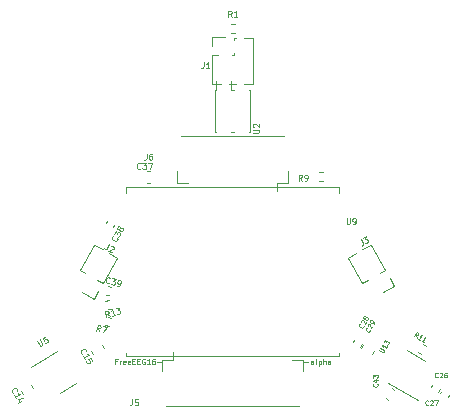
<source format=gbr>
%TF.GenerationSoftware,KiCad,Pcbnew,7.0.0-da2b9df05c~163~ubuntu22.04.1*%
%TF.CreationDate,2023-04-03T02:04:13+03:00*%
%TF.ProjectId,freeeeg16-alpha,66726565-6565-4673-9136-2d616c706861,rev?*%
%TF.SameCoordinates,Original*%
%TF.FileFunction,Legend,Top*%
%TF.FilePolarity,Positive*%
%FSLAX46Y46*%
G04 Gerber Fmt 4.6, Leading zero omitted, Abs format (unit mm)*
G04 Created by KiCad (PCBNEW 7.0.0-da2b9df05c~163~ubuntu22.04.1) date 2023-04-03 02:04:13*
%MOMM*%
%LPD*%
G01*
G04 APERTURE LIST*
%ADD10C,0.112500*%
%ADD11C,0.125000*%
%ADD12C,0.100000*%
%ADD13C,0.120000*%
G04 APERTURE END LIST*
D10*
X-9763513Y-7625807D02*
X-9913513Y-7625807D01*
X-9913513Y-7861521D02*
X-9913513Y-7411521D01*
X-9913513Y-7411521D02*
X-9699227Y-7411521D01*
X-9527799Y-7861521D02*
X-9527799Y-7561521D01*
X-9527799Y-7647235D02*
X-9506370Y-7604378D01*
X-9506370Y-7604378D02*
X-9484942Y-7582950D01*
X-9484942Y-7582950D02*
X-9442084Y-7561521D01*
X-9442084Y-7561521D02*
X-9399227Y-7561521D01*
X-9077799Y-7840092D02*
X-9120656Y-7861521D01*
X-9120656Y-7861521D02*
X-9206371Y-7861521D01*
X-9206371Y-7861521D02*
X-9249228Y-7840092D01*
X-9249228Y-7840092D02*
X-9270656Y-7797235D01*
X-9270656Y-7797235D02*
X-9270656Y-7625807D01*
X-9270656Y-7625807D02*
X-9249228Y-7582950D01*
X-9249228Y-7582950D02*
X-9206371Y-7561521D01*
X-9206371Y-7561521D02*
X-9120656Y-7561521D01*
X-9120656Y-7561521D02*
X-9077799Y-7582950D01*
X-9077799Y-7582950D02*
X-9056371Y-7625807D01*
X-9056371Y-7625807D02*
X-9056371Y-7668664D01*
X-9056371Y-7668664D02*
X-9270656Y-7711521D01*
X-8692085Y-7840092D02*
X-8734942Y-7861521D01*
X-8734942Y-7861521D02*
X-8820657Y-7861521D01*
X-8820657Y-7861521D02*
X-8863514Y-7840092D01*
X-8863514Y-7840092D02*
X-8884942Y-7797235D01*
X-8884942Y-7797235D02*
X-8884942Y-7625807D01*
X-8884942Y-7625807D02*
X-8863514Y-7582950D01*
X-8863514Y-7582950D02*
X-8820657Y-7561521D01*
X-8820657Y-7561521D02*
X-8734942Y-7561521D01*
X-8734942Y-7561521D02*
X-8692085Y-7582950D01*
X-8692085Y-7582950D02*
X-8670657Y-7625807D01*
X-8670657Y-7625807D02*
X-8670657Y-7668664D01*
X-8670657Y-7668664D02*
X-8884942Y-7711521D01*
X-8477800Y-7625807D02*
X-8327800Y-7625807D01*
X-8263514Y-7861521D02*
X-8477800Y-7861521D01*
X-8477800Y-7861521D02*
X-8477800Y-7411521D01*
X-8477800Y-7411521D02*
X-8263514Y-7411521D01*
X-8070657Y-7625807D02*
X-7920657Y-7625807D01*
X-7856371Y-7861521D02*
X-8070657Y-7861521D01*
X-8070657Y-7861521D02*
X-8070657Y-7411521D01*
X-8070657Y-7411521D02*
X-7856371Y-7411521D01*
X-7427799Y-7432950D02*
X-7470657Y-7411521D01*
X-7470657Y-7411521D02*
X-7534942Y-7411521D01*
X-7534942Y-7411521D02*
X-7599228Y-7432950D01*
X-7599228Y-7432950D02*
X-7642085Y-7475807D01*
X-7642085Y-7475807D02*
X-7663514Y-7518664D01*
X-7663514Y-7518664D02*
X-7684942Y-7604378D01*
X-7684942Y-7604378D02*
X-7684942Y-7668664D01*
X-7684942Y-7668664D02*
X-7663514Y-7754378D01*
X-7663514Y-7754378D02*
X-7642085Y-7797235D01*
X-7642085Y-7797235D02*
X-7599228Y-7840092D01*
X-7599228Y-7840092D02*
X-7534942Y-7861521D01*
X-7534942Y-7861521D02*
X-7492085Y-7861521D01*
X-7492085Y-7861521D02*
X-7427799Y-7840092D01*
X-7427799Y-7840092D02*
X-7406371Y-7818664D01*
X-7406371Y-7818664D02*
X-7406371Y-7668664D01*
X-7406371Y-7668664D02*
X-7492085Y-7668664D01*
X-6977799Y-7861521D02*
X-7234942Y-7861521D01*
X-7106371Y-7861521D02*
X-7106371Y-7411521D01*
X-7106371Y-7411521D02*
X-7149228Y-7475807D01*
X-7149228Y-7475807D02*
X-7192085Y-7518664D01*
X-7192085Y-7518664D02*
X-7234942Y-7540092D01*
X-6592086Y-7411521D02*
X-6677800Y-7411521D01*
X-6677800Y-7411521D02*
X-6720657Y-7432950D01*
X-6720657Y-7432950D02*
X-6742086Y-7454378D01*
X-6742086Y-7454378D02*
X-6784943Y-7518664D01*
X-6784943Y-7518664D02*
X-6806371Y-7604378D01*
X-6806371Y-7604378D02*
X-6806371Y-7775807D01*
X-6806371Y-7775807D02*
X-6784943Y-7818664D01*
X-6784943Y-7818664D02*
X-6763514Y-7840092D01*
X-6763514Y-7840092D02*
X-6720657Y-7861521D01*
X-6720657Y-7861521D02*
X-6634943Y-7861521D01*
X-6634943Y-7861521D02*
X-6592086Y-7840092D01*
X-6592086Y-7840092D02*
X-6570657Y-7818664D01*
X-6570657Y-7818664D02*
X-6549228Y-7775807D01*
X-6549228Y-7775807D02*
X-6549228Y-7668664D01*
X-6549228Y-7668664D02*
X-6570657Y-7625807D01*
X-6570657Y-7625807D02*
X-6592086Y-7604378D01*
X-6592086Y-7604378D02*
X-6634943Y-7582950D01*
X-6634943Y-7582950D02*
X-6720657Y-7582950D01*
X-6720657Y-7582950D02*
X-6763514Y-7604378D01*
X-6763514Y-7604378D02*
X-6784943Y-7625807D01*
X-6784943Y-7625807D02*
X-6806371Y-7668664D01*
X-6356372Y-7690092D02*
X-6013515Y-7690092D01*
X6080770Y-7690092D02*
X6423628Y-7690092D01*
X6830771Y-7861521D02*
X6830771Y-7625807D01*
X6830771Y-7625807D02*
X6809342Y-7582950D01*
X6809342Y-7582950D02*
X6766485Y-7561521D01*
X6766485Y-7561521D02*
X6680771Y-7561521D01*
X6680771Y-7561521D02*
X6637913Y-7582950D01*
X6830771Y-7840092D02*
X6787913Y-7861521D01*
X6787913Y-7861521D02*
X6680771Y-7861521D01*
X6680771Y-7861521D02*
X6637913Y-7840092D01*
X6637913Y-7840092D02*
X6616485Y-7797235D01*
X6616485Y-7797235D02*
X6616485Y-7754378D01*
X6616485Y-7754378D02*
X6637913Y-7711521D01*
X6637913Y-7711521D02*
X6680771Y-7690092D01*
X6680771Y-7690092D02*
X6787913Y-7690092D01*
X6787913Y-7690092D02*
X6830771Y-7668664D01*
X7109342Y-7861521D02*
X7066485Y-7840092D01*
X7066485Y-7840092D02*
X7045056Y-7797235D01*
X7045056Y-7797235D02*
X7045056Y-7411521D01*
X7280770Y-7561521D02*
X7280770Y-8011521D01*
X7280770Y-7582950D02*
X7323628Y-7561521D01*
X7323628Y-7561521D02*
X7409342Y-7561521D01*
X7409342Y-7561521D02*
X7452199Y-7582950D01*
X7452199Y-7582950D02*
X7473628Y-7604378D01*
X7473628Y-7604378D02*
X7495056Y-7647235D01*
X7495056Y-7647235D02*
X7495056Y-7775807D01*
X7495056Y-7775807D02*
X7473628Y-7818664D01*
X7473628Y-7818664D02*
X7452199Y-7840092D01*
X7452199Y-7840092D02*
X7409342Y-7861521D01*
X7409342Y-7861521D02*
X7323628Y-7861521D01*
X7323628Y-7861521D02*
X7280770Y-7840092D01*
X7687913Y-7861521D02*
X7687913Y-7411521D01*
X7880771Y-7861521D02*
X7880771Y-7625807D01*
X7880771Y-7625807D02*
X7859342Y-7582950D01*
X7859342Y-7582950D02*
X7816485Y-7561521D01*
X7816485Y-7561521D02*
X7752199Y-7561521D01*
X7752199Y-7561521D02*
X7709342Y-7582950D01*
X7709342Y-7582950D02*
X7687913Y-7604378D01*
X8287914Y-7861521D02*
X8287914Y-7625807D01*
X8287914Y-7625807D02*
X8266485Y-7582950D01*
X8266485Y-7582950D02*
X8223628Y-7561521D01*
X8223628Y-7561521D02*
X8137914Y-7561521D01*
X8137914Y-7561521D02*
X8095056Y-7582950D01*
X8287914Y-7840092D02*
X8245056Y-7861521D01*
X8245056Y-7861521D02*
X8137914Y-7861521D01*
X8137914Y-7861521D02*
X8095056Y-7840092D01*
X8095056Y-7840092D02*
X8073628Y-7797235D01*
X8073628Y-7797235D02*
X8073628Y-7754378D01*
X8073628Y-7754378D02*
X8095056Y-7711521D01*
X8095056Y-7711521D02*
X8137914Y-7690092D01*
X8137914Y-7690092D02*
X8245056Y-7690092D01*
X8245056Y-7690092D02*
X8287914Y-7668664D01*
D11*
%TO.C,C14*%
X-18566555Y-10305270D02*
X-18599079Y-10296555D01*
X-18599079Y-10296555D02*
X-18655413Y-10246601D01*
X-18655413Y-10246601D02*
X-18679223Y-10205362D01*
X-18679223Y-10205362D02*
X-18694317Y-10131598D01*
X-18694317Y-10131598D02*
X-18676888Y-10066549D01*
X-18676888Y-10066549D02*
X-18647553Y-10022120D01*
X-18647553Y-10022120D02*
X-18576979Y-9953882D01*
X-18576979Y-9953882D02*
X-18515120Y-9918167D01*
X-18515120Y-9918167D02*
X-18420737Y-9891168D01*
X-18420737Y-9891168D02*
X-18367593Y-9887978D01*
X-18367593Y-9887978D02*
X-18302544Y-9905408D01*
X-18302544Y-9905408D02*
X-18246210Y-9955362D01*
X-18246210Y-9955362D02*
X-18222401Y-9996601D01*
X-18222401Y-9996601D02*
X-18207306Y-10070365D01*
X-18207306Y-10070365D02*
X-18216021Y-10102889D01*
X-18369699Y-10741473D02*
X-18512556Y-10494037D01*
X-18441127Y-10617755D02*
X-18008115Y-10367755D01*
X-18008115Y-10367755D02*
X-18093783Y-10362230D01*
X-18093783Y-10362230D02*
X-18158832Y-10344800D01*
X-18158832Y-10344800D02*
X-18203261Y-10315466D01*
X-17866738Y-10945960D02*
X-18155413Y-11112626D01*
X-17761305Y-10747623D02*
X-18130124Y-10823096D01*
X-18130124Y-10823096D02*
X-17975362Y-11091152D01*
%TO.C,C15*%
X-12724555Y-6977870D02*
X-12757079Y-6969155D01*
X-12757079Y-6969155D02*
X-12813413Y-6919201D01*
X-12813413Y-6919201D02*
X-12837223Y-6877962D01*
X-12837223Y-6877962D02*
X-12852317Y-6804198D01*
X-12852317Y-6804198D02*
X-12834888Y-6739149D01*
X-12834888Y-6739149D02*
X-12805553Y-6694720D01*
X-12805553Y-6694720D02*
X-12734979Y-6626482D01*
X-12734979Y-6626482D02*
X-12673120Y-6590767D01*
X-12673120Y-6590767D02*
X-12578737Y-6563768D01*
X-12578737Y-6563768D02*
X-12525593Y-6560578D01*
X-12525593Y-6560578D02*
X-12460544Y-6578008D01*
X-12460544Y-6578008D02*
X-12404210Y-6627962D01*
X-12404210Y-6627962D02*
X-12380401Y-6669201D01*
X-12380401Y-6669201D02*
X-12365306Y-6742965D01*
X-12365306Y-6742965D02*
X-12374021Y-6775489D01*
X-12527699Y-7414073D02*
X-12670556Y-7166637D01*
X-12599127Y-7290355D02*
X-12166115Y-7040355D01*
X-12166115Y-7040355D02*
X-12251783Y-7034830D01*
X-12251783Y-7034830D02*
X-12316832Y-7017400D01*
X-12316832Y-7017400D02*
X-12361261Y-6988066D01*
X-11868496Y-7555846D02*
X-11987544Y-7349649D01*
X-11987544Y-7349649D02*
X-12205645Y-7448077D01*
X-12205645Y-7448077D02*
X-12173120Y-7456792D01*
X-12173120Y-7456792D02*
X-12128691Y-7486127D01*
X-12128691Y-7486127D02*
X-12069167Y-7589225D01*
X-12069167Y-7589225D02*
X-12065978Y-7642369D01*
X-12065978Y-7642369D02*
X-12074693Y-7674893D01*
X-12074693Y-7674893D02*
X-12104027Y-7719323D01*
X-12104027Y-7719323D02*
X-12207125Y-7778846D01*
X-12207125Y-7778846D02*
X-12260269Y-7782036D01*
X-12260269Y-7782036D02*
X-12292794Y-7773321D01*
X-12292794Y-7773321D02*
X-12337223Y-7743987D01*
X-12337223Y-7743987D02*
X-12396747Y-7640889D01*
X-12396747Y-7640889D02*
X-12399937Y-7587745D01*
X-12399937Y-7587745D02*
X-12391222Y-7555220D01*
D12*
%TO.C,C29*%
X11649700Y-4925320D02*
X11656672Y-4951340D01*
X11656672Y-4951340D02*
X11644597Y-5010350D01*
X11644597Y-5010350D02*
X11625549Y-5043342D01*
X11625549Y-5043342D02*
X11580482Y-5083305D01*
X11580482Y-5083305D02*
X11528443Y-5097249D01*
X11528443Y-5097249D02*
X11485927Y-5094697D01*
X11485927Y-5094697D02*
X11410421Y-5073098D01*
X11410421Y-5073098D02*
X11360934Y-5044526D01*
X11360934Y-5044526D02*
X11304474Y-4989935D01*
X11304474Y-4989935D02*
X11281007Y-4954392D01*
X11281007Y-4954392D02*
X11267063Y-4902353D01*
X11267063Y-4902353D02*
X11279139Y-4843342D01*
X11279139Y-4843342D02*
X11298186Y-4810350D01*
X11298186Y-4810350D02*
X11343254Y-4770387D01*
X11343254Y-4770387D02*
X11369273Y-4763415D01*
X11445464Y-4631449D02*
X11438492Y-4605430D01*
X11438492Y-4605430D02*
X11441044Y-4562915D01*
X11441044Y-4562915D02*
X11488663Y-4480436D01*
X11488663Y-4480436D02*
X11524206Y-4456968D01*
X11524206Y-4456968D02*
X11550225Y-4449997D01*
X11550225Y-4449997D02*
X11592741Y-4452548D01*
X11592741Y-4452548D02*
X11625732Y-4471596D01*
X11625732Y-4471596D02*
X11665695Y-4516663D01*
X11665695Y-4516663D02*
X11749358Y-4828898D01*
X11749358Y-4828898D02*
X11873168Y-4614453D01*
X11968406Y-4449496D02*
X12006501Y-4383513D01*
X12006501Y-4383513D02*
X12009053Y-4340998D01*
X12009053Y-4340998D02*
X12002081Y-4314979D01*
X12002081Y-4314979D02*
X11971642Y-4253416D01*
X11971642Y-4253416D02*
X11915182Y-4198825D01*
X11915182Y-4198825D02*
X11783217Y-4122634D01*
X11783217Y-4122634D02*
X11740701Y-4120082D01*
X11740701Y-4120082D02*
X11714682Y-4127054D01*
X11714682Y-4127054D02*
X11679139Y-4150522D01*
X11679139Y-4150522D02*
X11641043Y-4216505D01*
X11641043Y-4216505D02*
X11638491Y-4259020D01*
X11638491Y-4259020D02*
X11645463Y-4285040D01*
X11645463Y-4285040D02*
X11668931Y-4320583D01*
X11668931Y-4320583D02*
X11751410Y-4368202D01*
X11751410Y-4368202D02*
X11793925Y-4370754D01*
X11793925Y-4370754D02*
X11819944Y-4363782D01*
X11819944Y-4363782D02*
X11855488Y-4340314D01*
X11855488Y-4340314D02*
X11893583Y-4274331D01*
X11893583Y-4274331D02*
X11896135Y-4231816D01*
X11896135Y-4231816D02*
X11889163Y-4205797D01*
X11889163Y-4205797D02*
X11865695Y-4170253D01*
D11*
%TO.C,R13*%
X-10397533Y-3791223D02*
X-10620144Y-3604377D01*
X-10673511Y-3865171D02*
X-10802921Y-3382208D01*
X-10802921Y-3382208D02*
X-10618935Y-3332909D01*
X-10618935Y-3332909D02*
X-10566776Y-3343583D01*
X-10566776Y-3343583D02*
X-10537616Y-3360419D01*
X-10537616Y-3360419D02*
X-10502293Y-3400253D01*
X-10502293Y-3400253D02*
X-10483806Y-3469247D01*
X-10483806Y-3469247D02*
X-10494479Y-3521406D01*
X-10494479Y-3521406D02*
X-10511315Y-3550567D01*
X-10511315Y-3550567D02*
X-10551149Y-3585890D01*
X-10551149Y-3585890D02*
X-10735135Y-3635189D01*
X-9937568Y-3667975D02*
X-10213547Y-3741924D01*
X-10075557Y-3704950D02*
X-10204967Y-3221987D01*
X-10204967Y-3221987D02*
X-10232476Y-3303306D01*
X-10232476Y-3303306D02*
X-10266148Y-3361627D01*
X-10266148Y-3361627D02*
X-10305982Y-3396950D01*
X-9905990Y-3141876D02*
X-9607013Y-3061765D01*
X-9607013Y-3061765D02*
X-9718702Y-3288888D01*
X-9718702Y-3288888D02*
X-9649707Y-3270401D01*
X-9649707Y-3270401D02*
X-9597548Y-3281074D01*
X-9597548Y-3281074D02*
X-9568388Y-3297910D01*
X-9568388Y-3297910D02*
X-9533065Y-3337744D01*
X-9533065Y-3337744D02*
X-9502253Y-3452735D01*
X-9502253Y-3452735D02*
X-9512927Y-3504894D01*
X-9512927Y-3504894D02*
X-9529763Y-3534055D01*
X-9529763Y-3534055D02*
X-9569597Y-3569378D01*
X-9569597Y-3569378D02*
X-9707586Y-3606352D01*
X-9707586Y-3606352D02*
X-9759745Y-3595678D01*
X-9759745Y-3595678D02*
X-9788905Y-3578843D01*
%TO.C,C39*%
X-10454893Y-988043D02*
X-10484054Y-1004879D01*
X-10484054Y-1004879D02*
X-10559211Y-1009390D01*
X-10559211Y-1009390D02*
X-10605207Y-997065D01*
X-10605207Y-997065D02*
X-10668040Y-955580D01*
X-10668040Y-955580D02*
X-10701711Y-897259D01*
X-10701711Y-897259D02*
X-10712385Y-845100D01*
X-10712385Y-845100D02*
X-10710734Y-746944D01*
X-10710734Y-746944D02*
X-10692247Y-677950D01*
X-10692247Y-677950D02*
X-10644599Y-592119D01*
X-10644599Y-592119D02*
X-10609276Y-552285D01*
X-10609276Y-552285D02*
X-10550955Y-518613D01*
X-10550955Y-518613D02*
X-10475798Y-514102D01*
X-10475798Y-514102D02*
X-10429801Y-526427D01*
X-10429801Y-526427D02*
X-10366969Y-567912D01*
X-10366969Y-567912D02*
X-10350133Y-597073D01*
X-10176821Y-594213D02*
X-9877844Y-674323D01*
X-9877844Y-674323D02*
X-10088130Y-815173D01*
X-10088130Y-815173D02*
X-10019135Y-833660D01*
X-10019135Y-833660D02*
X-9979301Y-868983D01*
X-9979301Y-868983D02*
X-9962465Y-898143D01*
X-9962465Y-898143D02*
X-9951792Y-950302D01*
X-9951792Y-950302D02*
X-9982604Y-1065293D01*
X-9982604Y-1065293D02*
X-10017927Y-1105128D01*
X-10017927Y-1105128D02*
X-10047087Y-1121963D01*
X-10047087Y-1121963D02*
X-10099246Y-1132637D01*
X-10099246Y-1132637D02*
X-10237235Y-1095663D01*
X-10237235Y-1095663D02*
X-10277070Y-1060340D01*
X-10277070Y-1060340D02*
X-10293905Y-1031179D01*
X-9777271Y-1218910D02*
X-9685278Y-1243559D01*
X-9685278Y-1243559D02*
X-9633119Y-1232886D01*
X-9633119Y-1232886D02*
X-9603959Y-1216050D01*
X-9603959Y-1216050D02*
X-9539475Y-1159380D01*
X-9539475Y-1159380D02*
X-9491828Y-1073549D01*
X-9491828Y-1073549D02*
X-9442529Y-889563D01*
X-9442529Y-889563D02*
X-9453202Y-837405D01*
X-9453202Y-837405D02*
X-9470038Y-808244D01*
X-9470038Y-808244D02*
X-9509872Y-772921D01*
X-9509872Y-772921D02*
X-9601865Y-748272D01*
X-9601865Y-748272D02*
X-9654024Y-758945D01*
X-9654024Y-758945D02*
X-9683185Y-775781D01*
X-9683185Y-775781D02*
X-9718508Y-815615D01*
X-9718508Y-815615D02*
X-9749319Y-930606D01*
X-9749319Y-930606D02*
X-9738646Y-982765D01*
X-9738646Y-982765D02*
X-9721810Y-1011926D01*
X-9721810Y-1011926D02*
X-9681976Y-1047249D01*
X-9681976Y-1047249D02*
X-9589983Y-1071898D01*
X-9589983Y-1071898D02*
X-9537824Y-1061225D01*
X-9537824Y-1061225D02*
X-9508664Y-1044389D01*
X-9508664Y-1044389D02*
X-9473341Y-1004555D01*
%TO.C,C38*%
X-9745672Y2803199D02*
X-9736957Y2770674D01*
X-9736957Y2770674D02*
X-9752052Y2696911D01*
X-9752052Y2696911D02*
X-9775862Y2655671D01*
X-9775862Y2655671D02*
X-9832195Y2605717D01*
X-9832195Y2605717D02*
X-9897244Y2588287D01*
X-9897244Y2588287D02*
X-9950388Y2591477D01*
X-9950388Y2591477D02*
X-10044772Y2618477D01*
X-10044772Y2618477D02*
X-10106631Y2654191D01*
X-10106631Y2654191D02*
X-10177205Y2722430D01*
X-10177205Y2722430D02*
X-10206539Y2766859D01*
X-10206539Y2766859D02*
X-10223969Y2831908D01*
X-10223969Y2831908D02*
X-10208874Y2905671D01*
X-10208874Y2905671D02*
X-10185065Y2946911D01*
X-10185065Y2946911D02*
X-10128731Y2996865D01*
X-10128731Y2996865D02*
X-10096206Y3005580D01*
X-10054112Y3173727D02*
X-9899350Y3441782D01*
X-9899350Y3441782D02*
X-9817727Y3202207D01*
X-9817727Y3202207D02*
X-9782012Y3264066D01*
X-9782012Y3264066D02*
X-9737583Y3293400D01*
X-9737583Y3293400D02*
X-9705059Y3302115D01*
X-9705059Y3302115D02*
X-9651915Y3298925D01*
X-9651915Y3298925D02*
X-9548816Y3239401D01*
X-9548816Y3239401D02*
X-9519482Y3194972D01*
X-9519482Y3194972D02*
X-9510767Y3162448D01*
X-9510767Y3162448D02*
X-9513957Y3109304D01*
X-9513957Y3109304D02*
X-9585385Y2985586D01*
X-9585385Y2985586D02*
X-9629814Y2956251D01*
X-9629814Y2956251D02*
X-9662339Y2947536D01*
X-9570917Y3582075D02*
X-9615346Y3552740D01*
X-9615346Y3552740D02*
X-9647870Y3544026D01*
X-9647870Y3544026D02*
X-9701014Y3547215D01*
X-9701014Y3547215D02*
X-9721634Y3559120D01*
X-9721634Y3559120D02*
X-9750968Y3603549D01*
X-9750968Y3603549D02*
X-9759683Y3636074D01*
X-9759683Y3636074D02*
X-9756493Y3689218D01*
X-9756493Y3689218D02*
X-9708874Y3771696D01*
X-9708874Y3771696D02*
X-9664445Y3801031D01*
X-9664445Y3801031D02*
X-9631921Y3809746D01*
X-9631921Y3809746D02*
X-9578777Y3806556D01*
X-9578777Y3806556D02*
X-9558157Y3794651D01*
X-9558157Y3794651D02*
X-9528823Y3750222D01*
X-9528823Y3750222D02*
X-9520108Y3717698D01*
X-9520108Y3717698D02*
X-9523298Y3664554D01*
X-9523298Y3664554D02*
X-9570917Y3582075D01*
X-9570917Y3582075D02*
X-9574106Y3528931D01*
X-9574106Y3528931D02*
X-9565392Y3496406D01*
X-9565392Y3496406D02*
X-9536057Y3451977D01*
X-9536057Y3451977D02*
X-9453578Y3404358D01*
X-9453578Y3404358D02*
X-9400434Y3401168D01*
X-9400434Y3401168D02*
X-9367910Y3409883D01*
X-9367910Y3409883D02*
X-9323481Y3439218D01*
X-9323481Y3439218D02*
X-9275862Y3521696D01*
X-9275862Y3521696D02*
X-9272672Y3574841D01*
X-9272672Y3574841D02*
X-9281387Y3607365D01*
X-9281387Y3607365D02*
X-9310721Y3651794D01*
X-9310721Y3651794D02*
X-9393200Y3699413D01*
X-9393200Y3699413D02*
X-9446344Y3702603D01*
X-9446344Y3702603D02*
X-9478868Y3693888D01*
X-9478868Y3693888D02*
X-9523298Y3664554D01*
D12*
%TO.C,R11*%
X15578831Y-5612093D02*
X15558599Y-5380469D01*
X15380883Y-5497807D02*
X15580883Y-5151397D01*
X15580883Y-5151397D02*
X15712849Y-5227587D01*
X15712849Y-5227587D02*
X15736316Y-5263131D01*
X15736316Y-5263131D02*
X15743288Y-5289150D01*
X15743288Y-5289150D02*
X15740736Y-5331665D01*
X15740736Y-5331665D02*
X15712165Y-5381153D01*
X15712165Y-5381153D02*
X15676621Y-5404620D01*
X15676621Y-5404620D02*
X15650602Y-5411592D01*
X15650602Y-5411592D02*
X15608087Y-5409040D01*
X15608087Y-5409040D02*
X15476121Y-5332850D01*
X15908746Y-5802569D02*
X15710797Y-5688283D01*
X15809772Y-5745426D02*
X16009772Y-5399016D01*
X16009772Y-5399016D02*
X15948209Y-5429455D01*
X15948209Y-5429455D02*
X15896170Y-5443399D01*
X15896170Y-5443399D02*
X15853654Y-5440847D01*
X16238660Y-5993045D02*
X16040711Y-5878759D01*
X16139686Y-5935902D02*
X16339686Y-5589492D01*
X16339686Y-5589492D02*
X16278123Y-5619931D01*
X16278123Y-5619931D02*
X16226084Y-5633875D01*
X16226084Y-5633875D02*
X16183568Y-5631323D01*
D11*
%TO.C,J1*%
X-2452666Y17715309D02*
X-2452666Y17358166D01*
X-2452666Y17358166D02*
X-2476475Y17286738D01*
X-2476475Y17286738D02*
X-2524094Y17239119D01*
X-2524094Y17239119D02*
X-2595523Y17215309D01*
X-2595523Y17215309D02*
X-2643142Y17215309D01*
X-1952666Y17215309D02*
X-2238380Y17215309D01*
X-2095523Y17215309D02*
X-2095523Y17715309D01*
X-2095523Y17715309D02*
X-2143142Y17643880D01*
X-2143142Y17643880D02*
X-2190761Y17596261D01*
X-2190761Y17596261D02*
X-2238380Y17572452D01*
D12*
%TO.C,C43*%
X12250057Y-9502742D02*
X12269104Y-9521790D01*
X12269104Y-9521790D02*
X12288152Y-9578932D01*
X12288152Y-9578932D02*
X12288152Y-9617028D01*
X12288152Y-9617028D02*
X12269104Y-9674171D01*
X12269104Y-9674171D02*
X12231009Y-9712266D01*
X12231009Y-9712266D02*
X12192914Y-9731313D01*
X12192914Y-9731313D02*
X12116723Y-9750361D01*
X12116723Y-9750361D02*
X12059580Y-9750361D01*
X12059580Y-9750361D02*
X11983390Y-9731313D01*
X11983390Y-9731313D02*
X11945295Y-9712266D01*
X11945295Y-9712266D02*
X11907200Y-9674171D01*
X11907200Y-9674171D02*
X11888152Y-9617028D01*
X11888152Y-9617028D02*
X11888152Y-9578932D01*
X11888152Y-9578932D02*
X11907200Y-9521790D01*
X11907200Y-9521790D02*
X11926247Y-9502742D01*
X12021485Y-9159885D02*
X12288152Y-9159885D01*
X11869104Y-9255123D02*
X12154819Y-9350361D01*
X12154819Y-9350361D02*
X12154819Y-9102742D01*
X11888152Y-8988457D02*
X11888152Y-8740838D01*
X11888152Y-8740838D02*
X12040533Y-8874171D01*
X12040533Y-8874171D02*
X12040533Y-8817028D01*
X12040533Y-8817028D02*
X12059580Y-8778933D01*
X12059580Y-8778933D02*
X12078628Y-8759885D01*
X12078628Y-8759885D02*
X12116723Y-8740838D01*
X12116723Y-8740838D02*
X12211961Y-8740838D01*
X12211961Y-8740838D02*
X12250057Y-8759885D01*
X12250057Y-8759885D02*
X12269104Y-8778933D01*
X12269104Y-8778933D02*
X12288152Y-8817028D01*
X12288152Y-8817028D02*
X12288152Y-8931314D01*
X12288152Y-8931314D02*
X12269104Y-8969409D01*
X12269104Y-8969409D02*
X12250057Y-8988457D01*
%TO.C,C27*%
X16583057Y-11284857D02*
X16564009Y-11303904D01*
X16564009Y-11303904D02*
X16506867Y-11322952D01*
X16506867Y-11322952D02*
X16468771Y-11322952D01*
X16468771Y-11322952D02*
X16411628Y-11303904D01*
X16411628Y-11303904D02*
X16373533Y-11265809D01*
X16373533Y-11265809D02*
X16354486Y-11227714D01*
X16354486Y-11227714D02*
X16335438Y-11151523D01*
X16335438Y-11151523D02*
X16335438Y-11094380D01*
X16335438Y-11094380D02*
X16354486Y-11018190D01*
X16354486Y-11018190D02*
X16373533Y-10980095D01*
X16373533Y-10980095D02*
X16411628Y-10942000D01*
X16411628Y-10942000D02*
X16468771Y-10922952D01*
X16468771Y-10922952D02*
X16506867Y-10922952D01*
X16506867Y-10922952D02*
X16564009Y-10942000D01*
X16564009Y-10942000D02*
X16583057Y-10961047D01*
X16735438Y-10961047D02*
X16754486Y-10942000D01*
X16754486Y-10942000D02*
X16792581Y-10922952D01*
X16792581Y-10922952D02*
X16887819Y-10922952D01*
X16887819Y-10922952D02*
X16925914Y-10942000D01*
X16925914Y-10942000D02*
X16944962Y-10961047D01*
X16944962Y-10961047D02*
X16964009Y-10999142D01*
X16964009Y-10999142D02*
X16964009Y-11037238D01*
X16964009Y-11037238D02*
X16944962Y-11094380D01*
X16944962Y-11094380D02*
X16716390Y-11322952D01*
X16716390Y-11322952D02*
X16964009Y-11322952D01*
X17097342Y-10922952D02*
X17364009Y-10922952D01*
X17364009Y-10922952D02*
X17192580Y-11322952D01*
D11*
%TO.C,R9*%
X5885666Y7690309D02*
X5719000Y7928404D01*
X5599952Y7690309D02*
X5599952Y8190309D01*
X5599952Y8190309D02*
X5790428Y8190309D01*
X5790428Y8190309D02*
X5838047Y8166500D01*
X5838047Y8166500D02*
X5861857Y8142690D01*
X5861857Y8142690D02*
X5885666Y8095071D01*
X5885666Y8095071D02*
X5885666Y8023642D01*
X5885666Y8023642D02*
X5861857Y7976023D01*
X5861857Y7976023D02*
X5838047Y7952214D01*
X5838047Y7952214D02*
X5790428Y7928404D01*
X5790428Y7928404D02*
X5599952Y7928404D01*
X6123762Y7690309D02*
X6219000Y7690309D01*
X6219000Y7690309D02*
X6266619Y7714119D01*
X6266619Y7714119D02*
X6290428Y7737928D01*
X6290428Y7737928D02*
X6338047Y7809357D01*
X6338047Y7809357D02*
X6361857Y7904595D01*
X6361857Y7904595D02*
X6361857Y8095071D01*
X6361857Y8095071D02*
X6338047Y8142690D01*
X6338047Y8142690D02*
X6314238Y8166500D01*
X6314238Y8166500D02*
X6266619Y8190309D01*
X6266619Y8190309D02*
X6171381Y8190309D01*
X6171381Y8190309D02*
X6123762Y8166500D01*
X6123762Y8166500D02*
X6099952Y8142690D01*
X6099952Y8142690D02*
X6076143Y8095071D01*
X6076143Y8095071D02*
X6076143Y7976023D01*
X6076143Y7976023D02*
X6099952Y7928404D01*
X6099952Y7928404D02*
X6123762Y7904595D01*
X6123762Y7904595D02*
X6171381Y7880785D01*
X6171381Y7880785D02*
X6266619Y7880785D01*
X6266619Y7880785D02*
X6314238Y7904595D01*
X6314238Y7904595D02*
X6338047Y7928404D01*
X6338047Y7928404D02*
X6361857Y7976023D01*
D12*
%TO.C,C26*%
X17395857Y-8948057D02*
X17376809Y-8967104D01*
X17376809Y-8967104D02*
X17319667Y-8986152D01*
X17319667Y-8986152D02*
X17281571Y-8986152D01*
X17281571Y-8986152D02*
X17224428Y-8967104D01*
X17224428Y-8967104D02*
X17186333Y-8929009D01*
X17186333Y-8929009D02*
X17167286Y-8890914D01*
X17167286Y-8890914D02*
X17148238Y-8814723D01*
X17148238Y-8814723D02*
X17148238Y-8757580D01*
X17148238Y-8757580D02*
X17167286Y-8681390D01*
X17167286Y-8681390D02*
X17186333Y-8643295D01*
X17186333Y-8643295D02*
X17224428Y-8605200D01*
X17224428Y-8605200D02*
X17281571Y-8586152D01*
X17281571Y-8586152D02*
X17319667Y-8586152D01*
X17319667Y-8586152D02*
X17376809Y-8605200D01*
X17376809Y-8605200D02*
X17395857Y-8624247D01*
X17548238Y-8624247D02*
X17567286Y-8605200D01*
X17567286Y-8605200D02*
X17605381Y-8586152D01*
X17605381Y-8586152D02*
X17700619Y-8586152D01*
X17700619Y-8586152D02*
X17738714Y-8605200D01*
X17738714Y-8605200D02*
X17757762Y-8624247D01*
X17757762Y-8624247D02*
X17776809Y-8662342D01*
X17776809Y-8662342D02*
X17776809Y-8700438D01*
X17776809Y-8700438D02*
X17757762Y-8757580D01*
X17757762Y-8757580D02*
X17529190Y-8986152D01*
X17529190Y-8986152D02*
X17776809Y-8986152D01*
X18119666Y-8586152D02*
X18043476Y-8586152D01*
X18043476Y-8586152D02*
X18005380Y-8605200D01*
X18005380Y-8605200D02*
X17986333Y-8624247D01*
X17986333Y-8624247D02*
X17948238Y-8681390D01*
X17948238Y-8681390D02*
X17929190Y-8757580D01*
X17929190Y-8757580D02*
X17929190Y-8909961D01*
X17929190Y-8909961D02*
X17948238Y-8948057D01*
X17948238Y-8948057D02*
X17967285Y-8967104D01*
X17967285Y-8967104D02*
X18005380Y-8986152D01*
X18005380Y-8986152D02*
X18081571Y-8986152D01*
X18081571Y-8986152D02*
X18119666Y-8967104D01*
X18119666Y-8967104D02*
X18138714Y-8948057D01*
X18138714Y-8948057D02*
X18157761Y-8909961D01*
X18157761Y-8909961D02*
X18157761Y-8814723D01*
X18157761Y-8814723D02*
X18138714Y-8776628D01*
X18138714Y-8776628D02*
X18119666Y-8757580D01*
X18119666Y-8757580D02*
X18081571Y-8738533D01*
X18081571Y-8738533D02*
X18005380Y-8738533D01*
X18005380Y-8738533D02*
X17967285Y-8757580D01*
X17967285Y-8757580D02*
X17948238Y-8776628D01*
X17948238Y-8776628D02*
X17929190Y-8814723D01*
D11*
%TO.C,U5*%
X-16540868Y-5910944D02*
X-16338487Y-6261478D01*
X-16338487Y-6261478D02*
X-16294058Y-6290812D01*
X-16294058Y-6290812D02*
X-16261533Y-6299527D01*
X-16261533Y-6299527D02*
X-16208389Y-6296337D01*
X-16208389Y-6296337D02*
X-16125910Y-6248718D01*
X-16125910Y-6248718D02*
X-16096576Y-6204289D01*
X-16096576Y-6204289D02*
X-16087861Y-6171765D01*
X-16087861Y-6171765D02*
X-16091051Y-6118621D01*
X-16091051Y-6118621D02*
X-16293432Y-5768086D01*
X-15881038Y-5529991D02*
X-16087235Y-5649039D01*
X-16087235Y-5649039D02*
X-15988807Y-5867140D01*
X-15988807Y-5867140D02*
X-15980092Y-5834615D01*
X-15980092Y-5834615D02*
X-15950758Y-5790186D01*
X-15950758Y-5790186D02*
X-15847659Y-5730662D01*
X-15847659Y-5730662D02*
X-15794515Y-5727473D01*
X-15794515Y-5727473D02*
X-15761991Y-5736188D01*
X-15761991Y-5736188D02*
X-15717562Y-5765522D01*
X-15717562Y-5765522D02*
X-15658038Y-5868620D01*
X-15658038Y-5868620D02*
X-15654848Y-5921764D01*
X-15654848Y-5921764D02*
X-15663563Y-5954289D01*
X-15663563Y-5954289D02*
X-15692897Y-5998718D01*
X-15692897Y-5998718D02*
X-15795996Y-6058242D01*
X-15795996Y-6058242D02*
X-15849140Y-6061432D01*
X-15849140Y-6061432D02*
X-15881664Y-6052717D01*
%TO.C,C37*%
X-7789028Y8728528D02*
X-7812837Y8704719D01*
X-7812837Y8704719D02*
X-7884266Y8680909D01*
X-7884266Y8680909D02*
X-7931885Y8680909D01*
X-7931885Y8680909D02*
X-8003313Y8704719D01*
X-8003313Y8704719D02*
X-8050932Y8752338D01*
X-8050932Y8752338D02*
X-8074742Y8799957D01*
X-8074742Y8799957D02*
X-8098551Y8895195D01*
X-8098551Y8895195D02*
X-8098551Y8966623D01*
X-8098551Y8966623D02*
X-8074742Y9061861D01*
X-8074742Y9061861D02*
X-8050932Y9109480D01*
X-8050932Y9109480D02*
X-8003313Y9157100D01*
X-8003313Y9157100D02*
X-7931885Y9180909D01*
X-7931885Y9180909D02*
X-7884266Y9180909D01*
X-7884266Y9180909D02*
X-7812837Y9157100D01*
X-7812837Y9157100D02*
X-7789028Y9133290D01*
X-7622361Y9180909D02*
X-7312837Y9180909D01*
X-7312837Y9180909D02*
X-7479504Y8990433D01*
X-7479504Y8990433D02*
X-7408075Y8990433D01*
X-7408075Y8990433D02*
X-7360456Y8966623D01*
X-7360456Y8966623D02*
X-7336647Y8942814D01*
X-7336647Y8942814D02*
X-7312837Y8895195D01*
X-7312837Y8895195D02*
X-7312837Y8776147D01*
X-7312837Y8776147D02*
X-7336647Y8728528D01*
X-7336647Y8728528D02*
X-7360456Y8704719D01*
X-7360456Y8704719D02*
X-7408075Y8680909D01*
X-7408075Y8680909D02*
X-7550932Y8680909D01*
X-7550932Y8680909D02*
X-7598551Y8704719D01*
X-7598551Y8704719D02*
X-7622361Y8728528D01*
X-7146171Y9180909D02*
X-6812838Y9180909D01*
X-6812838Y9180909D02*
X-7027123Y8680909D01*
%TO.C,R7*%
X-11278636Y-5083463D02*
X-11378000Y-4810344D01*
X-11554614Y-5009514D02*
X-11425205Y-4526551D01*
X-11425205Y-4526551D02*
X-11241219Y-4575850D01*
X-11241219Y-4575850D02*
X-11201385Y-4611173D01*
X-11201385Y-4611173D02*
X-11184549Y-4640334D01*
X-11184549Y-4640334D02*
X-11173876Y-4692493D01*
X-11173876Y-4692493D02*
X-11192363Y-4761487D01*
X-11192363Y-4761487D02*
X-11227686Y-4801322D01*
X-11227686Y-4801322D02*
X-11256846Y-4818157D01*
X-11256846Y-4818157D02*
X-11309005Y-4828831D01*
X-11309005Y-4828831D02*
X-11492991Y-4779532D01*
X-10988239Y-4643636D02*
X-10666263Y-4729909D01*
X-10666263Y-4729909D02*
X-11002657Y-5157411D01*
D12*
%TO.C,U13*%
X12411035Y-6677764D02*
X12691462Y-6839669D01*
X12691462Y-6839669D02*
X12733977Y-6842221D01*
X12733977Y-6842221D02*
X12759997Y-6835249D01*
X12759997Y-6835249D02*
X12795540Y-6811781D01*
X12795540Y-6811781D02*
X12833636Y-6745799D01*
X12833636Y-6745799D02*
X12836187Y-6703283D01*
X12836187Y-6703283D02*
X12829216Y-6677264D01*
X12829216Y-6677264D02*
X12805748Y-6641720D01*
X12805748Y-6641720D02*
X12525321Y-6479816D01*
X13071731Y-6333405D02*
X12957445Y-6531354D01*
X13014588Y-6432379D02*
X12668178Y-6232379D01*
X12668178Y-6232379D02*
X12698617Y-6293942D01*
X12698617Y-6293942D02*
X12712561Y-6345981D01*
X12712561Y-6345981D02*
X12710009Y-6388497D01*
X12791987Y-6017935D02*
X12915797Y-5803491D01*
X12915797Y-5803491D02*
X12981096Y-5995152D01*
X12981096Y-5995152D02*
X13009667Y-5945664D01*
X13009667Y-5945664D02*
X13045211Y-5922197D01*
X13045211Y-5922197D02*
X13071230Y-5915225D01*
X13071230Y-5915225D02*
X13113745Y-5917777D01*
X13113745Y-5917777D02*
X13196224Y-5965396D01*
X13196224Y-5965396D02*
X13219692Y-6000939D01*
X13219692Y-6000939D02*
X13226664Y-6026959D01*
X13226664Y-6026959D02*
X13224112Y-6069474D01*
X13224112Y-6069474D02*
X13166969Y-6168448D01*
X13166969Y-6168448D02*
X13131426Y-6191916D01*
X13131426Y-6191916D02*
X13105406Y-6198888D01*
D11*
%TO.C,J5*%
X-8497866Y-10834290D02*
X-8497866Y-11191433D01*
X-8497866Y-11191433D02*
X-8521675Y-11262861D01*
X-8521675Y-11262861D02*
X-8569294Y-11310480D01*
X-8569294Y-11310480D02*
X-8640723Y-11334290D01*
X-8640723Y-11334290D02*
X-8688342Y-11334290D01*
X-8021676Y-10834290D02*
X-8259771Y-10834290D01*
X-8259771Y-10834290D02*
X-8283580Y-11072385D01*
X-8283580Y-11072385D02*
X-8259771Y-11048576D01*
X-8259771Y-11048576D02*
X-8212152Y-11024766D01*
X-8212152Y-11024766D02*
X-8093104Y-11024766D01*
X-8093104Y-11024766D02*
X-8045485Y-11048576D01*
X-8045485Y-11048576D02*
X-8021676Y-11072385D01*
X-8021676Y-11072385D02*
X-7997866Y-11120004D01*
X-7997866Y-11120004D02*
X-7997866Y-11239052D01*
X-7997866Y-11239052D02*
X-8021676Y-11286671D01*
X-8021676Y-11286671D02*
X-8045485Y-11310480D01*
X-8045485Y-11310480D02*
X-8093104Y-11334290D01*
X-8093104Y-11334290D02*
X-8212152Y-11334290D01*
X-8212152Y-11334290D02*
X-8259771Y-11310480D01*
X-8259771Y-11310480D02*
X-8283580Y-11286671D01*
%TO.C,J6*%
X-7278666Y9968309D02*
X-7278666Y9611166D01*
X-7278666Y9611166D02*
X-7302475Y9539738D01*
X-7302475Y9539738D02*
X-7350094Y9492119D01*
X-7350094Y9492119D02*
X-7421523Y9468309D01*
X-7421523Y9468309D02*
X-7469142Y9468309D01*
X-6826285Y9968309D02*
X-6921523Y9968309D01*
X-6921523Y9968309D02*
X-6969142Y9944500D01*
X-6969142Y9944500D02*
X-6992952Y9920690D01*
X-6992952Y9920690D02*
X-7040571Y9849261D01*
X-7040571Y9849261D02*
X-7064380Y9754023D01*
X-7064380Y9754023D02*
X-7064380Y9563547D01*
X-7064380Y9563547D02*
X-7040571Y9515928D01*
X-7040571Y9515928D02*
X-7016761Y9492119D01*
X-7016761Y9492119D02*
X-6969142Y9468309D01*
X-6969142Y9468309D02*
X-6873904Y9468309D01*
X-6873904Y9468309D02*
X-6826285Y9492119D01*
X-6826285Y9492119D02*
X-6802476Y9515928D01*
X-6802476Y9515928D02*
X-6778666Y9563547D01*
X-6778666Y9563547D02*
X-6778666Y9682595D01*
X-6778666Y9682595D02*
X-6802476Y9730214D01*
X-6802476Y9730214D02*
X-6826285Y9754023D01*
X-6826285Y9754023D02*
X-6873904Y9777833D01*
X-6873904Y9777833D02*
X-6969142Y9777833D01*
X-6969142Y9777833D02*
X-7016761Y9754023D01*
X-7016761Y9754023D02*
X-7040571Y9730214D01*
X-7040571Y9730214D02*
X-7064380Y9682595D01*
%TO.C,J3*%
X10848108Y2705198D02*
X11026679Y2395904D01*
X11026679Y2395904D02*
X11041774Y2322140D01*
X11041774Y2322140D02*
X11024344Y2257091D01*
X11024344Y2257091D02*
X10974390Y2200757D01*
X10974390Y2200757D02*
X10933150Y2176948D01*
X11013064Y2800436D02*
X11281120Y2955198D01*
X11281120Y2955198D02*
X11232020Y2706908D01*
X11232020Y2706908D02*
X11293879Y2742622D01*
X11293879Y2742622D02*
X11347023Y2745812D01*
X11347023Y2745812D02*
X11379548Y2737097D01*
X11379548Y2737097D02*
X11423977Y2707762D01*
X11423977Y2707762D02*
X11483501Y2604664D01*
X11483501Y2604664D02*
X11486691Y2551520D01*
X11486691Y2551520D02*
X11477976Y2518996D01*
X11477976Y2518996D02*
X11448641Y2474567D01*
X11448641Y2474567D02*
X11324923Y2403138D01*
X11324923Y2403138D02*
X11271779Y2399948D01*
X11271779Y2399948D02*
X11239255Y2408663D01*
%TO.C,R1*%
X-65333Y21560309D02*
X-231999Y21798404D01*
X-351047Y21560309D02*
X-351047Y22060309D01*
X-351047Y22060309D02*
X-160571Y22060309D01*
X-160571Y22060309D02*
X-112952Y22036500D01*
X-112952Y22036500D02*
X-89142Y22012690D01*
X-89142Y22012690D02*
X-65333Y21965071D01*
X-65333Y21965071D02*
X-65333Y21893642D01*
X-65333Y21893642D02*
X-89142Y21846023D01*
X-89142Y21846023D02*
X-112952Y21822214D01*
X-112952Y21822214D02*
X-160571Y21798404D01*
X-160571Y21798404D02*
X-351047Y21798404D01*
X410857Y21560309D02*
X125143Y21560309D01*
X268000Y21560309D02*
X268000Y22060309D01*
X268000Y22060309D02*
X220381Y21988880D01*
X220381Y21988880D02*
X172762Y21941261D01*
X172762Y21941261D02*
X125143Y21917452D01*
D12*
%TO.C,C28*%
X11090901Y-4595120D02*
X11097873Y-4621140D01*
X11097873Y-4621140D02*
X11085798Y-4680150D01*
X11085798Y-4680150D02*
X11066750Y-4713142D01*
X11066750Y-4713142D02*
X11021683Y-4753105D01*
X11021683Y-4753105D02*
X10969644Y-4767049D01*
X10969644Y-4767049D02*
X10927128Y-4764497D01*
X10927128Y-4764497D02*
X10851622Y-4742898D01*
X10851622Y-4742898D02*
X10802135Y-4714326D01*
X10802135Y-4714326D02*
X10745675Y-4659735D01*
X10745675Y-4659735D02*
X10722208Y-4624192D01*
X10722208Y-4624192D02*
X10708264Y-4572153D01*
X10708264Y-4572153D02*
X10720340Y-4513142D01*
X10720340Y-4513142D02*
X10739387Y-4480150D01*
X10739387Y-4480150D02*
X10784455Y-4440187D01*
X10784455Y-4440187D02*
X10810474Y-4433215D01*
X10886665Y-4301249D02*
X10879693Y-4275230D01*
X10879693Y-4275230D02*
X10882245Y-4232715D01*
X10882245Y-4232715D02*
X10929864Y-4150236D01*
X10929864Y-4150236D02*
X10965407Y-4126768D01*
X10965407Y-4126768D02*
X10991426Y-4119797D01*
X10991426Y-4119797D02*
X11033942Y-4122348D01*
X11033942Y-4122348D02*
X11066933Y-4141396D01*
X11066933Y-4141396D02*
X11106896Y-4186463D01*
X11106896Y-4186463D02*
X11190559Y-4498698D01*
X11190559Y-4498698D02*
X11314369Y-4284253D01*
X11230706Y-3972019D02*
X11195162Y-3995487D01*
X11195162Y-3995487D02*
X11169143Y-4002459D01*
X11169143Y-4002459D02*
X11126628Y-3999907D01*
X11126628Y-3999907D02*
X11110132Y-3990383D01*
X11110132Y-3990383D02*
X11086664Y-3954840D01*
X11086664Y-3954840D02*
X11079692Y-3928820D01*
X11079692Y-3928820D02*
X11082244Y-3886305D01*
X11082244Y-3886305D02*
X11120340Y-3820322D01*
X11120340Y-3820322D02*
X11155883Y-3796854D01*
X11155883Y-3796854D02*
X11181902Y-3789882D01*
X11181902Y-3789882D02*
X11224418Y-3792434D01*
X11224418Y-3792434D02*
X11240913Y-3801958D01*
X11240913Y-3801958D02*
X11264381Y-3837501D01*
X11264381Y-3837501D02*
X11271353Y-3863521D01*
X11271353Y-3863521D02*
X11268801Y-3906036D01*
X11268801Y-3906036D02*
X11230706Y-3972019D01*
X11230706Y-3972019D02*
X11228154Y-4014534D01*
X11228154Y-4014534D02*
X11235126Y-4040554D01*
X11235126Y-4040554D02*
X11258593Y-4076097D01*
X11258593Y-4076097D02*
X11324576Y-4114192D01*
X11324576Y-4114192D02*
X11367092Y-4116744D01*
X11367092Y-4116744D02*
X11393111Y-4109772D01*
X11393111Y-4109772D02*
X11428654Y-4086305D01*
X11428654Y-4086305D02*
X11466750Y-4020322D01*
X11466750Y-4020322D02*
X11469302Y-3977807D01*
X11469302Y-3977807D02*
X11462330Y-3951787D01*
X11462330Y-3951787D02*
X11438862Y-3916244D01*
X11438862Y-3916244D02*
X11372879Y-3878149D01*
X11372879Y-3878149D02*
X11330364Y-3875597D01*
X11330364Y-3875597D02*
X11304344Y-3882569D01*
X11304344Y-3882569D02*
X11268801Y-3906036D01*
D11*
%TO.C,U2*%
X1741090Y11709447D02*
X2145852Y11709447D01*
X2145852Y11709447D02*
X2193471Y11733257D01*
X2193471Y11733257D02*
X2217280Y11757066D01*
X2217280Y11757066D02*
X2241090Y11804685D01*
X2241090Y11804685D02*
X2241090Y11899923D01*
X2241090Y11899923D02*
X2217280Y11947542D01*
X2217280Y11947542D02*
X2193471Y11971352D01*
X2193471Y11971352D02*
X2145852Y11995161D01*
X2145852Y11995161D02*
X1741090Y11995161D01*
X1788709Y12209448D02*
X1764900Y12233257D01*
X1764900Y12233257D02*
X1741090Y12280876D01*
X1741090Y12280876D02*
X1741090Y12399924D01*
X1741090Y12399924D02*
X1764900Y12447543D01*
X1764900Y12447543D02*
X1788709Y12471352D01*
X1788709Y12471352D02*
X1836328Y12495162D01*
X1836328Y12495162D02*
X1883947Y12495162D01*
X1883947Y12495162D02*
X1955376Y12471352D01*
X1955376Y12471352D02*
X2241090Y12185638D01*
X2241090Y12185638D02*
X2241090Y12495162D01*
%TO.C,U9*%
X9652047Y4507309D02*
X9652047Y4102547D01*
X9652047Y4102547D02*
X9675857Y4054928D01*
X9675857Y4054928D02*
X9699666Y4031119D01*
X9699666Y4031119D02*
X9747285Y4007309D01*
X9747285Y4007309D02*
X9842523Y4007309D01*
X9842523Y4007309D02*
X9890142Y4031119D01*
X9890142Y4031119D02*
X9913952Y4054928D01*
X9913952Y4054928D02*
X9937761Y4102547D01*
X9937761Y4102547D02*
X9937761Y4507309D01*
X10199667Y4007309D02*
X10294905Y4007309D01*
X10294905Y4007309D02*
X10342524Y4031119D01*
X10342524Y4031119D02*
X10366333Y4054928D01*
X10366333Y4054928D02*
X10413952Y4126357D01*
X10413952Y4126357D02*
X10437762Y4221595D01*
X10437762Y4221595D02*
X10437762Y4412071D01*
X10437762Y4412071D02*
X10413952Y4459690D01*
X10413952Y4459690D02*
X10390143Y4483500D01*
X10390143Y4483500D02*
X10342524Y4507309D01*
X10342524Y4507309D02*
X10247286Y4507309D01*
X10247286Y4507309D02*
X10199667Y4483500D01*
X10199667Y4483500D02*
X10175857Y4459690D01*
X10175857Y4459690D02*
X10152048Y4412071D01*
X10152048Y4412071D02*
X10152048Y4293023D01*
X10152048Y4293023D02*
X10175857Y4245404D01*
X10175857Y4245404D02*
X10199667Y4221595D01*
X10199667Y4221595D02*
X10247286Y4197785D01*
X10247286Y4197785D02*
X10342524Y4197785D01*
X10342524Y4197785D02*
X10390143Y4221595D01*
X10390143Y4221595D02*
X10413952Y4245404D01*
X10413952Y4245404D02*
X10437762Y4293023D01*
%TO.C,J2*%
X-10425582Y2287665D02*
X-10604153Y1978370D01*
X-10604153Y1978370D02*
X-10660487Y1928416D01*
X-10660487Y1928416D02*
X-10725536Y1910986D01*
X-10725536Y1910986D02*
X-10799300Y1926081D01*
X-10799300Y1926081D02*
X-10840539Y1949890D01*
X-10263815Y2139283D02*
X-10231291Y2147998D01*
X-10231291Y2147998D02*
X-10178146Y2144808D01*
X-10178146Y2144808D02*
X-10075048Y2085284D01*
X-10075048Y2085284D02*
X-10045714Y2040855D01*
X-10045714Y2040855D02*
X-10036999Y2008330D01*
X-10036999Y2008330D02*
X-10040189Y1955186D01*
X-10040189Y1955186D02*
X-10063998Y1913947D01*
X-10063998Y1913947D02*
X-10120332Y1863993D01*
X-10120332Y1863993D02*
X-10510625Y1759414D01*
X-10510625Y1759414D02*
X-10242570Y1604652D01*
D13*
%TO.C,C14*%
X-17027617Y-9656254D02*
X-16887037Y-9899746D01*
X-17910963Y-10166254D02*
X-17770383Y-10409746D01*
%TO.C,C15*%
X-11058617Y-6227254D02*
X-10918037Y-6470746D01*
X-11941963Y-6737254D02*
X-11801383Y-6980746D01*
%TO.C,C29*%
X10918037Y-6470746D02*
X11058617Y-6227254D01*
X11801383Y-6980746D02*
X11941963Y-6737254D01*
%TO.C,R13*%
X-10268843Y-3146687D02*
X-10565655Y-3226217D01*
X-10465545Y-2412583D02*
X-10762357Y-2492113D01*
%TO.C,C39*%
X-10501187Y-1275357D02*
X-10292864Y-1331177D01*
X-10687536Y-1970823D02*
X-10479213Y-2026643D01*
%TO.C,C38*%
X-9997513Y3926589D02*
X-10105349Y3739811D01*
X-10621051Y4286589D02*
X-10728887Y4099811D01*
%TO.C,R11*%
X15995857Y-6984510D02*
X15729743Y-6830869D01*
X16375857Y-6326331D02*
X16109743Y-6172690D01*
%TO.C,J1*%
X-1755000Y19815000D02*
X-625000Y19815000D01*
X-1755000Y19055000D02*
X-1755000Y19815000D01*
X-1755000Y18295000D02*
X-1755000Y15820000D01*
X-1755000Y18295000D02*
X-1188471Y18295000D01*
X-1755000Y15820000D02*
X-932530Y15820000D01*
X-317470Y15820000D02*
X337470Y15820000D01*
X-61529Y18295000D02*
X81529Y18295000D01*
X135000Y19750000D02*
X337470Y19750000D01*
X135000Y19618471D02*
X135000Y19750000D01*
X135000Y18348471D02*
X135000Y18491529D01*
X952530Y19750000D02*
X1775000Y19750000D01*
X952530Y15820000D02*
X1775000Y15820000D01*
X1775000Y19750000D02*
X1775000Y15820000D01*
%TO.C,C43*%
X13201746Y-10900563D02*
X12958254Y-10759983D01*
X13711746Y-10017217D02*
X13468254Y-9876637D01*
%TO.C,C27*%
X18323487Y-10449811D02*
X18215651Y-10636589D01*
X17699949Y-10089811D02*
X17592113Y-10276589D01*
%TO.C,R9*%
X7646641Y7621000D02*
X7339359Y7621000D01*
X7646641Y8381000D02*
X7339359Y8381000D01*
%TO.C,C26*%
X17536087Y-9992611D02*
X17428251Y-10179389D01*
X16912549Y-9632611D02*
X16804713Y-9819389D01*
%TO.C,U5*%
X-15512000Y-7158000D02*
X-17070846Y-8058000D01*
X-15512000Y-7158000D02*
X-14819180Y-6758000D01*
X-13952000Y-9860000D02*
X-14644820Y-10260000D01*
X-13952000Y-9860000D02*
X-13259180Y-9460000D01*
%TO.C,C37*%
X-7252580Y8511000D02*
X-6971420Y8511000D01*
X-7252580Y7491000D02*
X-6971420Y7491000D01*
%TO.C,R7*%
X-10465545Y-4648617D02*
X-10762357Y-4569087D01*
X-10268843Y-3914513D02*
X-10565655Y-3834983D01*
%TO.C,U13*%
X16316423Y-7564699D02*
X14757577Y-6664699D01*
X13147577Y-9453301D02*
X15702352Y-10928301D01*
%TO.C,J5*%
X-5985000Y-7511000D02*
X-5035000Y-7511000D01*
X-5985000Y-8461000D02*
X-5985000Y-7511000D01*
X-5615000Y-11431000D02*
X5615000Y-11431000D01*
X-5035000Y-7511000D02*
X-5035000Y-6821000D01*
X5985000Y-7511000D02*
X5035000Y-7511000D01*
X5985000Y-8461000D02*
X5985000Y-7511000D01*
%TO.C,J6*%
X4735000Y7511000D02*
X3785000Y7511000D01*
X4735000Y8461000D02*
X4735000Y7511000D01*
X4365000Y11431000D02*
X-4365000Y11431000D01*
X3785000Y7511000D02*
X3785000Y6821000D01*
X-4735000Y7511000D02*
X-3785000Y7511000D01*
X-4735000Y8461000D02*
X-4735000Y7511000D01*
%TO.C,J3*%
X13685688Y-1203031D02*
X12724400Y-1758031D01*
X13305688Y-544852D02*
X13685688Y-1203031D01*
X12925688Y113327D02*
X11688188Y2256740D01*
X12925688Y113327D02*
X12452380Y-159937D01*
X11688188Y2256740D02*
X10993229Y1855505D01*
X10460571Y1547975D02*
X9765612Y1146740D01*
X11476420Y-723408D02*
X11003112Y-996673D01*
X11003112Y-996673D02*
X9765612Y1146740D01*
%TO.C,R1*%
X-135641Y20954000D02*
X171641Y20954000D01*
X-135641Y20194000D02*
X171641Y20194000D01*
%TO.C,C28*%
X10200713Y-6009389D02*
X10308549Y-5822611D01*
X10824251Y-6369389D02*
X10932087Y-6182611D01*
%TO.C,U2*%
X-125000Y16114000D02*
X-125000Y15389000D01*
X-1425000Y16114000D02*
X-1425000Y15389000D01*
X1450000Y15389000D02*
X1450000Y11789000D01*
X1425000Y15389000D02*
X1450000Y15389000D01*
X-125000Y15389000D02*
X125000Y15389000D01*
X-1425000Y15389000D02*
X-1450000Y15389000D01*
X-1450000Y15389000D02*
X-1450000Y11789000D01*
X1450000Y11789000D02*
X1425000Y11789000D01*
X125000Y11789000D02*
X-125000Y11789000D01*
X-1450000Y11789000D02*
X-1425000Y11789000D01*
%TO.C,U9*%
X-9000000Y7150000D02*
X-9000000Y6650000D01*
X-9000000Y-7150000D02*
X-9000000Y-6900000D01*
X9000000Y7150000D02*
X-9000000Y7150000D01*
X9000000Y7150000D02*
X9000000Y6650000D01*
X9000000Y-6900000D02*
X9000000Y-7150000D01*
X9000000Y-7150000D02*
X-9000000Y-7150000D01*
%TO.C,J2*%
X-11765612Y-2317362D02*
X-12726900Y-1762362D01*
X-11385612Y-1659183D02*
X-11765612Y-2317362D01*
X-11005612Y-1001004D02*
X-9768112Y1142409D01*
X-11005612Y-1001004D02*
X-11478920Y-727739D01*
X-9768112Y1142409D02*
X-10463071Y1543644D01*
X-10995729Y1851174D02*
X-11690688Y2252409D01*
X-12454880Y-164268D02*
X-12928188Y108996D01*
X-12928188Y108996D02*
X-11690688Y2252409D01*
%TD*%
M02*

</source>
